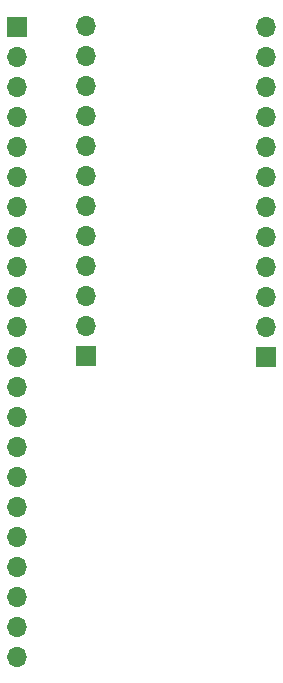
<source format=gbr>
%TF.GenerationSoftware,KiCad,Pcbnew,8.0.6*%
%TF.CreationDate,2024-11-07T13:50:09-03:00*%
%TF.ProjectId,fritzen-pro-micro,66726974-7a65-46e2-9d70-726f2d6d6963,rev?*%
%TF.SameCoordinates,Original*%
%TF.FileFunction,Soldermask,Bot*%
%TF.FilePolarity,Negative*%
%FSLAX46Y46*%
G04 Gerber Fmt 4.6, Leading zero omitted, Abs format (unit mm)*
G04 Created by KiCad (PCBNEW 8.0.6) date 2024-11-07 13:50:09*
%MOMM*%
%LPD*%
G01*
G04 APERTURE LIST*
%ADD10R,1.700000X1.700000*%
%ADD11O,1.700000X1.700000*%
G04 APERTURE END LIST*
D10*
%TO.C,J1*%
X55800000Y-62160000D03*
D11*
X55800000Y-59620000D03*
X55800000Y-57080000D03*
X55800000Y-54540000D03*
X55800000Y-52000000D03*
X55800000Y-49460000D03*
X55800000Y-46920000D03*
X55800000Y-44380000D03*
X55800000Y-41840000D03*
X55800000Y-39300000D03*
X55800000Y-36760000D03*
X55800000Y-34220000D03*
%TD*%
D10*
%TO.C,J2*%
X71000000Y-62200000D03*
D11*
X71000000Y-59660000D03*
X71000000Y-57120000D03*
X71000000Y-54580000D03*
X71000000Y-52040000D03*
X71000000Y-49500000D03*
X71000000Y-46960000D03*
X71000000Y-44420000D03*
X71000000Y-41880000D03*
X71000000Y-39340000D03*
X71000000Y-36800000D03*
X71000000Y-34260000D03*
%TD*%
D10*
%TO.C,J3*%
X49900000Y-34260000D03*
D11*
X49900000Y-36800000D03*
X49900000Y-39340000D03*
X49900000Y-41880000D03*
X49900000Y-44420000D03*
X49900000Y-46960000D03*
X49900000Y-49500000D03*
X49900000Y-52040000D03*
X49900000Y-54580000D03*
X49900000Y-57120000D03*
X49900000Y-59660000D03*
X49900000Y-62200000D03*
X49900000Y-64740000D03*
X49900000Y-67280000D03*
X49900000Y-69820000D03*
X49900000Y-72360000D03*
X49900000Y-74900000D03*
X49900000Y-77440000D03*
X49900000Y-79980000D03*
X49900000Y-82520000D03*
X49900000Y-85060000D03*
X49900000Y-87600000D03*
%TD*%
M02*

</source>
